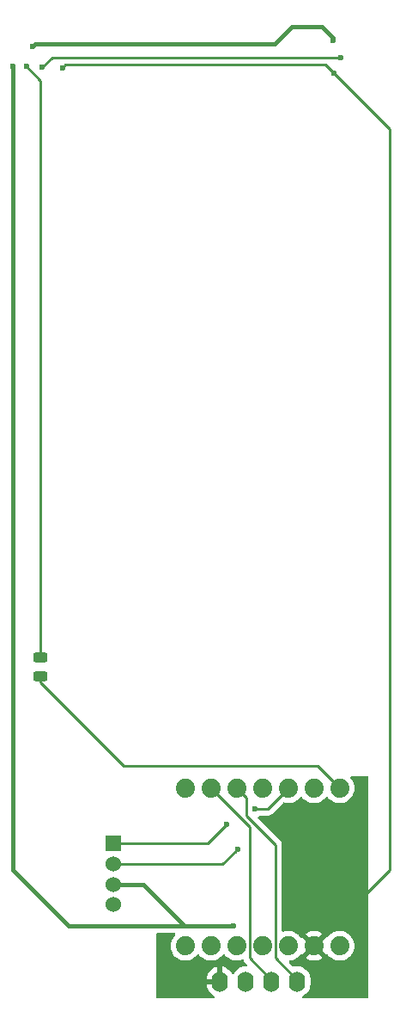
<source format=gbr>
G04 #@! TF.GenerationSoftware,KiCad,Pcbnew,8.0.5-8.0.5-0~ubuntu24.04.1*
G04 #@! TF.CreationDate,2024-09-20T13:35:50+09:00*
G04 #@! TF.ProjectId,gopher_xiao_grove,676f7068-6572-45f7-9869-616f5f67726f,rev?*
G04 #@! TF.SameCoordinates,Original*
G04 #@! TF.FileFunction,Copper,L2,Bot*
G04 #@! TF.FilePolarity,Positive*
%FSLAX46Y46*%
G04 Gerber Fmt 4.6, Leading zero omitted, Abs format (unit mm)*
G04 Created by KiCad (PCBNEW 8.0.5-8.0.5-0~ubuntu24.04.1) date 2024-09-20 13:35:50*
%MOMM*%
%LPD*%
G01*
G04 APERTURE LIST*
G04 Aperture macros list*
%AMRoundRect*
0 Rectangle with rounded corners*
0 $1 Rounding radius*
0 $2 $3 $4 $5 $6 $7 $8 $9 X,Y pos of 4 corners*
0 Add a 4 corners polygon primitive as box body*
4,1,4,$2,$3,$4,$5,$6,$7,$8,$9,$2,$3,0*
0 Add four circle primitives for the rounded corners*
1,1,$1+$1,$2,$3*
1,1,$1+$1,$4,$5*
1,1,$1+$1,$6,$7*
1,1,$1+$1,$8,$9*
0 Add four rect primitives between the rounded corners*
20,1,$1+$1,$2,$3,$4,$5,0*
20,1,$1+$1,$4,$5,$6,$7,0*
20,1,$1+$1,$6,$7,$8,$9,0*
20,1,$1+$1,$8,$9,$2,$3,0*%
G04 Aperture macros list end*
G04 #@! TA.AperFunction,ComponentPad*
%ADD10R,1.524000X1.524000*%
G04 #@! TD*
G04 #@! TA.AperFunction,ComponentPad*
%ADD11C,1.524000*%
G04 #@! TD*
G04 #@! TA.AperFunction,ComponentPad*
%ADD12C,1.879600*%
G04 #@! TD*
G04 #@! TA.AperFunction,ComponentPad*
%ADD13O,1.600000X2.000000*%
G04 #@! TD*
G04 #@! TA.AperFunction,SMDPad,CuDef*
%ADD14RoundRect,0.243750X0.456250X-0.243750X0.456250X0.243750X-0.456250X0.243750X-0.456250X-0.243750X0*%
G04 #@! TD*
G04 #@! TA.AperFunction,ViaPad*
%ADD15C,0.600000*%
G04 #@! TD*
G04 #@! TA.AperFunction,Conductor*
%ADD16C,0.250000*%
G04 #@! TD*
G04 #@! TA.AperFunction,Conductor*
%ADD17C,0.400000*%
G04 #@! TD*
G04 APERTURE END LIST*
D10*
X104400000Y-149400000D03*
D11*
X104400000Y-151400000D03*
X104400000Y-153400000D03*
X104400000Y-155400000D03*
D12*
X126758500Y-143946100D03*
X124218500Y-143956100D03*
X121688500Y-143956100D03*
X119128500Y-143956100D03*
X116598500Y-143956100D03*
X114068500Y-143956100D03*
X111518500Y-143956100D03*
X111518500Y-159456100D03*
X114058500Y-159456100D03*
X116608500Y-159446100D03*
X119138500Y-159446100D03*
X121688500Y-159456100D03*
X124228500Y-159456100D03*
X126758500Y-159456100D03*
D13*
X114947200Y-162996300D03*
X117487200Y-162996300D03*
X120027200Y-162996300D03*
X122567200Y-162996300D03*
D14*
X97231200Y-132964400D03*
X97231200Y-131089400D03*
D15*
X118400000Y-146000000D03*
X115600000Y-147500000D03*
X116700000Y-150000000D03*
X99390200Y-73063100D03*
X122435620Y-153022300D03*
X126174500Y-73609200D03*
X126885700Y-72034400D03*
X97409000Y-72999600D03*
X95859600Y-72961500D03*
X94488000Y-72961500D03*
X126136400Y-70408800D03*
X96431100Y-70980300D03*
X116258340Y-157480000D03*
D16*
X119644600Y-146000000D02*
X121688500Y-143956100D01*
X104400000Y-149400000D02*
X113700000Y-149400000D01*
X113700000Y-149400000D02*
X115600000Y-147500000D01*
X118400000Y-146000000D02*
X119644600Y-146000000D01*
X116600000Y-150000000D02*
X116700000Y-150000000D01*
X116500000Y-150100000D02*
X116600000Y-150000000D01*
X104400000Y-151400000D02*
X115200000Y-151400000D01*
X115200000Y-151400000D02*
X116500000Y-150100000D01*
D17*
X104400000Y-153400000D02*
X107349800Y-153400000D01*
X107349800Y-153400000D02*
X111429800Y-157480000D01*
X122435620Y-153446564D02*
X122428000Y-153454184D01*
D16*
X126174500Y-73609200D02*
X131660900Y-79095600D01*
X131660900Y-79095600D02*
X131660900Y-152023700D01*
X131660900Y-152023700D02*
X124228500Y-159456100D01*
X125328401Y-72763101D02*
X126174500Y-73609200D01*
D17*
X122428000Y-157655600D02*
X124228500Y-159456100D01*
X122435620Y-153022300D02*
X122435620Y-153446564D01*
D16*
X99690199Y-72763101D02*
X125328401Y-72763101D01*
D17*
X122428000Y-153454184D02*
X122428000Y-157655600D01*
D16*
X99390200Y-73063100D02*
X99690199Y-72763101D01*
X97409000Y-72999600D02*
X98374200Y-72034400D01*
X98374200Y-72034400D02*
X126885700Y-72034400D01*
X97231200Y-74333100D02*
X97231200Y-127589280D01*
X95859600Y-72961500D02*
X97231200Y-74333100D01*
X97231200Y-127589280D02*
X97231200Y-131089400D01*
D17*
X125006100Y-69011800D02*
X126136400Y-70142100D01*
X94488000Y-151980900D02*
X99987100Y-157480000D01*
X126136400Y-70142100D02*
X126136400Y-70408800D01*
X94488000Y-72961500D02*
X94488000Y-151980900D01*
X96431100Y-70980300D02*
X96731099Y-70680301D01*
X122008900Y-69011800D02*
X125006100Y-69011800D01*
X96731099Y-70680301D02*
X120340399Y-70680301D01*
X111429800Y-157480000D02*
X116258340Y-157480000D01*
X120340399Y-70680301D02*
X122008900Y-69011800D01*
X99987100Y-157480000D02*
X111429800Y-157480000D01*
D16*
X124546940Y-141734540D02*
X126758500Y-143946100D01*
X97231200Y-132964400D02*
X97231200Y-133551900D01*
X105413840Y-141734540D02*
X124546940Y-141734540D01*
X97231200Y-133551900D02*
X105413840Y-141734540D01*
X120027200Y-162796300D02*
X120027200Y-162996300D01*
X114068500Y-143956100D02*
X117873301Y-147760901D01*
X117873301Y-160642401D02*
X120027200Y-162796300D01*
X117873301Y-147760901D02*
X117873301Y-160642401D01*
X117538299Y-144895899D02*
X117538299Y-146659399D01*
X120423699Y-160652799D02*
X122567200Y-162796300D01*
X117538299Y-146659399D02*
X120423699Y-149544799D01*
X116598500Y-143956100D02*
X117538299Y-144895899D01*
X122567200Y-162796300D02*
X122567200Y-162996300D01*
X120423699Y-149544799D02*
X120423699Y-160652799D01*
G04 #@! TA.AperFunction,Conductor*
G36*
X129532701Y-142806102D02*
G01*
X129579194Y-142859758D01*
X129590579Y-142912319D01*
X129586438Y-145286959D01*
X129552919Y-164504090D01*
X129532798Y-164572176D01*
X129479061Y-164618575D01*
X129426689Y-164629870D01*
X123182823Y-164618483D01*
X123114739Y-164598357D01*
X123068344Y-164544616D01*
X123058368Y-164474324D01*
X123087979Y-164409797D01*
X123125846Y-164380218D01*
X123253003Y-164315429D01*
X123419630Y-164194368D01*
X123565268Y-164048730D01*
X123686329Y-163882103D01*
X123779834Y-163698590D01*
X123843480Y-163502708D01*
X123875700Y-163299281D01*
X123875700Y-162693319D01*
X123843480Y-162489892D01*
X123779834Y-162294010D01*
X123686329Y-162110497D01*
X123565268Y-161943870D01*
X123565265Y-161943867D01*
X123565263Y-161943864D01*
X123419635Y-161798236D01*
X123419632Y-161798234D01*
X123419630Y-161798232D01*
X123294199Y-161707102D01*
X123253006Y-161677173D01*
X123253005Y-161677172D01*
X123253003Y-161677171D01*
X123069490Y-161583666D01*
X123069487Y-161583665D01*
X123069485Y-161583664D01*
X122873612Y-161520021D01*
X122873610Y-161520020D01*
X122873608Y-161520020D01*
X122670181Y-161487800D01*
X122464219Y-161487800D01*
X122260792Y-161520020D01*
X122260788Y-161520021D01*
X122260347Y-161520091D01*
X122189936Y-161510991D01*
X122151541Y-161484737D01*
X121778227Y-161111423D01*
X121744201Y-161049111D01*
X121749266Y-160978296D01*
X121791813Y-160921460D01*
X121846581Y-160898047D01*
X122045255Y-160864895D01*
X122272269Y-160786960D01*
X122483360Y-160672724D01*
X122672769Y-160525301D01*
X122835329Y-160348713D01*
X122853315Y-160321182D01*
X122907317Y-160275095D01*
X122977664Y-160265518D01*
X123013037Y-160281994D01*
X123040542Y-160284846D01*
X123737809Y-159587579D01*
X123755119Y-159652181D01*
X123821998Y-159768020D01*
X123916580Y-159862602D01*
X124032419Y-159929481D01*
X124097019Y-159946790D01*
X123398820Y-160644989D01*
X123433906Y-160672298D01*
X123433916Y-160672304D01*
X123644932Y-160786500D01*
X123644934Y-160786502D01*
X123871863Y-160864406D01*
X123871870Y-160864408D01*
X124108536Y-160903900D01*
X124348464Y-160903900D01*
X124585129Y-160864408D01*
X124585136Y-160864406D01*
X124812065Y-160786502D01*
X124812067Y-160786500D01*
X125023089Y-160672301D01*
X125058178Y-160644989D01*
X125058179Y-160644988D01*
X124359981Y-159946790D01*
X124424581Y-159929481D01*
X124540420Y-159862602D01*
X124635002Y-159768020D01*
X124701881Y-159652181D01*
X124719190Y-159587581D01*
X125416456Y-160284847D01*
X125457822Y-160280556D01*
X125512062Y-160273171D01*
X125576421Y-160303144D01*
X125598683Y-160328834D01*
X125611668Y-160348709D01*
X125611677Y-160348720D01*
X125765023Y-160515299D01*
X125774231Y-160525301D01*
X125963640Y-160672724D01*
X126174731Y-160786960D01*
X126401745Y-160864895D01*
X126638490Y-160904400D01*
X126638494Y-160904400D01*
X126878506Y-160904400D01*
X126878510Y-160904400D01*
X127115255Y-160864895D01*
X127342269Y-160786960D01*
X127553360Y-160672724D01*
X127742769Y-160525301D01*
X127905329Y-160348713D01*
X128036608Y-160147777D01*
X128133022Y-159927974D01*
X128191943Y-159695299D01*
X128211764Y-159456100D01*
X128191943Y-159216901D01*
X128161552Y-159096890D01*
X128133023Y-158984229D01*
X128133022Y-158984228D01*
X128133022Y-158984226D01*
X128036608Y-158764423D01*
X127905329Y-158563487D01*
X127905324Y-158563481D01*
X127905323Y-158563480D01*
X127742774Y-158386904D01*
X127742772Y-158386902D01*
X127742769Y-158386899D01*
X127553360Y-158239476D01*
X127342269Y-158125240D01*
X127342266Y-158125239D01*
X127342265Y-158125238D01*
X127115259Y-158047306D01*
X127115250Y-158047304D01*
X127055321Y-158037304D01*
X126878510Y-158007800D01*
X126638490Y-158007800D01*
X126504216Y-158030206D01*
X126401749Y-158047304D01*
X126401740Y-158047306D01*
X126174734Y-158125238D01*
X126174731Y-158125240D01*
X125963640Y-158239476D01*
X125963638Y-158239477D01*
X125963637Y-158239478D01*
X125774230Y-158386900D01*
X125774225Y-158386904D01*
X125611677Y-158563479D01*
X125611669Y-158563488D01*
X125598682Y-158583367D01*
X125544676Y-158629454D01*
X125474328Y-158639027D01*
X125458662Y-158631729D01*
X125416456Y-158627352D01*
X124719190Y-159324618D01*
X124701881Y-159260019D01*
X124635002Y-159144180D01*
X124540420Y-159049598D01*
X124424581Y-158982719D01*
X124359980Y-158965409D01*
X125058178Y-158267210D01*
X125058178Y-158267209D01*
X125023094Y-158239901D01*
X125023085Y-158239895D01*
X124812067Y-158125699D01*
X124812065Y-158125697D01*
X124585136Y-158047793D01*
X124585129Y-158047791D01*
X124348464Y-158008300D01*
X124108536Y-158008300D01*
X123871870Y-158047791D01*
X123871863Y-158047793D01*
X123644934Y-158125697D01*
X123644932Y-158125699D01*
X123433916Y-158239894D01*
X123398820Y-158267210D01*
X123398819Y-158267210D01*
X124097018Y-158965409D01*
X124032419Y-158982719D01*
X123916580Y-159049598D01*
X123821998Y-159144180D01*
X123755119Y-159260019D01*
X123737809Y-159324618D01*
X123040542Y-158627351D01*
X123019094Y-158629576D01*
X123010270Y-158637107D01*
X122939921Y-158646678D01*
X122875566Y-158616697D01*
X122853314Y-158591015D01*
X122835332Y-158563492D01*
X122835329Y-158563487D01*
X122835323Y-158563481D01*
X122835322Y-158563479D01*
X122672774Y-158386904D01*
X122672772Y-158386902D01*
X122672769Y-158386899D01*
X122483360Y-158239476D01*
X122272269Y-158125240D01*
X122272266Y-158125239D01*
X122272265Y-158125238D01*
X122045259Y-158047306D01*
X122045250Y-158047304D01*
X121985321Y-158037304D01*
X121808510Y-158007800D01*
X121568490Y-158007800D01*
X121434216Y-158030206D01*
X121331749Y-158047304D01*
X121331740Y-158047306D01*
X121224111Y-158084256D01*
X121153187Y-158087456D01*
X121091791Y-158051804D01*
X121059417Y-157988619D01*
X121057199Y-157965083D01*
X121057199Y-149482406D01*
X121057198Y-149482402D01*
X121032854Y-149360014D01*
X120985099Y-149244724D01*
X120915770Y-149140966D01*
X120827532Y-149052728D01*
X118713104Y-146938300D01*
X118679078Y-146875988D01*
X118684143Y-146805173D01*
X118726690Y-146748337D01*
X118747545Y-146735676D01*
X118753006Y-146733045D01*
X118753015Y-146733043D01*
X118794806Y-146706784D01*
X118880701Y-146652813D01*
X118947737Y-146633500D01*
X119706993Y-146633500D01*
X119706994Y-146633500D01*
X119829385Y-146609155D01*
X119944675Y-146561400D01*
X120048433Y-146492071D01*
X121159897Y-145380605D01*
X121222206Y-145346583D01*
X121289901Y-145350530D01*
X121315240Y-145359228D01*
X121331745Y-145364895D01*
X121568490Y-145404400D01*
X121568494Y-145404400D01*
X121808506Y-145404400D01*
X121808510Y-145404400D01*
X122045255Y-145364895D01*
X122272269Y-145286960D01*
X122483360Y-145172724D01*
X122672769Y-145025301D01*
X122835329Y-144848713D01*
X122848019Y-144829288D01*
X122902021Y-144783203D01*
X122972369Y-144773628D01*
X123036726Y-144803606D01*
X123058978Y-144829285D01*
X123071671Y-144848713D01*
X123071674Y-144848717D01*
X123071676Y-144848719D01*
X123225025Y-145015301D01*
X123234231Y-145025301D01*
X123423640Y-145172724D01*
X123634731Y-145286960D01*
X123861745Y-145364895D01*
X124098490Y-145404400D01*
X124098494Y-145404400D01*
X124338506Y-145404400D01*
X124338510Y-145404400D01*
X124575255Y-145364895D01*
X124802269Y-145286960D01*
X125013360Y-145172724D01*
X125202769Y-145025301D01*
X125365329Y-144848713D01*
X125386283Y-144816639D01*
X125440285Y-144770552D01*
X125510633Y-144760975D01*
X125574990Y-144790952D01*
X125597247Y-144816637D01*
X125611666Y-144838706D01*
X125611677Y-144838720D01*
X125620877Y-144848714D01*
X125774231Y-145015301D01*
X125963640Y-145162724D01*
X126174731Y-145276960D01*
X126401745Y-145354895D01*
X126638490Y-145394400D01*
X126638494Y-145394400D01*
X126878506Y-145394400D01*
X126878510Y-145394400D01*
X127115255Y-145354895D01*
X127342269Y-145276960D01*
X127553360Y-145162724D01*
X127742769Y-145015301D01*
X127905329Y-144838713D01*
X128036608Y-144637777D01*
X128133022Y-144417974D01*
X128191943Y-144185299D01*
X128211764Y-143946100D01*
X128191943Y-143706901D01*
X128135555Y-143484228D01*
X128133023Y-143474229D01*
X128133022Y-143474228D01*
X128133022Y-143474226D01*
X128036608Y-143254423D01*
X127905329Y-143053487D01*
X127853732Y-142997437D01*
X127822311Y-142933772D01*
X127830298Y-142863226D01*
X127875157Y-142808197D01*
X127942646Y-142786157D01*
X127946433Y-142786100D01*
X129464580Y-142786100D01*
X129532701Y-142806102D01*
G37*
G04 #@! TD.AperFunction*
G04 #@! TA.AperFunction,Conductor*
G36*
X110497740Y-158208502D02*
G01*
X110544233Y-158262158D01*
X110554337Y-158332432D01*
X110524843Y-158397012D01*
X110522320Y-158399837D01*
X110371676Y-158563480D01*
X110371672Y-158563485D01*
X110371671Y-158563487D01*
X110317319Y-158646678D01*
X110240392Y-158764423D01*
X110143977Y-158984228D01*
X110143976Y-158984229D01*
X110085058Y-159216893D01*
X110065236Y-159456100D01*
X110085058Y-159695306D01*
X110143976Y-159927970D01*
X110143977Y-159927971D01*
X110143978Y-159927974D01*
X110240392Y-160147777D01*
X110371671Y-160348713D01*
X110371673Y-160348715D01*
X110371676Y-160348719D01*
X110525025Y-160515301D01*
X110534231Y-160525301D01*
X110723640Y-160672724D01*
X110934731Y-160786960D01*
X111161745Y-160864895D01*
X111398490Y-160904400D01*
X111398494Y-160904400D01*
X111638506Y-160904400D01*
X111638510Y-160904400D01*
X111875255Y-160864895D01*
X112102269Y-160786960D01*
X112313360Y-160672724D01*
X112502769Y-160525301D01*
X112665329Y-160348713D01*
X112683019Y-160321635D01*
X112737021Y-160275550D01*
X112807369Y-160265975D01*
X112871726Y-160295953D01*
X112893978Y-160321632D01*
X112911671Y-160348713D01*
X112911673Y-160348715D01*
X112911676Y-160348719D01*
X113065025Y-160515301D01*
X113074231Y-160525301D01*
X113263640Y-160672724D01*
X113474731Y-160786960D01*
X113701745Y-160864895D01*
X113938490Y-160904400D01*
X113938494Y-160904400D01*
X114178506Y-160904400D01*
X114178510Y-160904400D01*
X114415255Y-160864895D01*
X114642269Y-160786960D01*
X114853360Y-160672724D01*
X115042769Y-160525301D01*
X115205329Y-160348713D01*
X115231285Y-160308983D01*
X115285286Y-160262898D01*
X115355634Y-160253322D01*
X115419991Y-160283299D01*
X115442247Y-160308982D01*
X115461671Y-160338713D01*
X115461675Y-160338717D01*
X115461677Y-160338720D01*
X115470877Y-160348714D01*
X115624231Y-160515301D01*
X115813640Y-160662724D01*
X116024731Y-160776960D01*
X116251745Y-160854895D01*
X116488490Y-160894400D01*
X116488494Y-160894400D01*
X116728506Y-160894400D01*
X116728510Y-160894400D01*
X116965255Y-160854895D01*
X117124982Y-160800059D01*
X117195903Y-160796859D01*
X117257299Y-160832511D01*
X117282300Y-160871013D01*
X117311901Y-160942476D01*
X117381230Y-161046234D01*
X117381232Y-161046236D01*
X117607701Y-161272705D01*
X117641727Y-161335017D01*
X117636662Y-161405832D01*
X117594115Y-161462668D01*
X117527595Y-161487479D01*
X117518606Y-161487800D01*
X117384219Y-161487800D01*
X117180792Y-161520020D01*
X117180790Y-161520020D01*
X117180787Y-161520021D01*
X116984914Y-161583664D01*
X116984908Y-161583667D01*
X116801393Y-161677173D01*
X116634767Y-161798234D01*
X116634764Y-161798236D01*
X116489136Y-161943864D01*
X116489134Y-161943867D01*
X116368072Y-162110493D01*
X116329187Y-162186811D01*
X116280438Y-162238426D01*
X116211523Y-162255492D01*
X116144322Y-162232591D01*
X116104653Y-162186811D01*
X116065900Y-162110755D01*
X115944884Y-161944192D01*
X115944882Y-161944189D01*
X115799310Y-161798617D01*
X115799307Y-161798615D01*
X115632745Y-161677600D01*
X115449299Y-161584129D01*
X115449293Y-161584126D01*
X115253494Y-161520508D01*
X115253496Y-161520508D01*
X115201200Y-161512225D01*
X115201200Y-162565597D01*
X115140193Y-162530375D01*
X115013026Y-162496300D01*
X114881374Y-162496300D01*
X114754207Y-162530375D01*
X114693200Y-162565597D01*
X114693200Y-161512225D01*
X114640904Y-161520508D01*
X114445106Y-161584126D01*
X114445100Y-161584129D01*
X114261654Y-161677600D01*
X114095092Y-161798615D01*
X114095089Y-161798617D01*
X113949517Y-161944189D01*
X113949515Y-161944192D01*
X113828500Y-162110754D01*
X113735029Y-162294200D01*
X113735026Y-162294206D01*
X113671408Y-162490003D01*
X113639200Y-162693361D01*
X113639200Y-162742300D01*
X114516497Y-162742300D01*
X114481275Y-162803307D01*
X114447200Y-162930474D01*
X114447200Y-163062126D01*
X114481275Y-163189293D01*
X114516497Y-163250300D01*
X113639200Y-163250300D01*
X113639200Y-163299238D01*
X113671408Y-163502596D01*
X113735026Y-163698393D01*
X113735029Y-163698399D01*
X113828500Y-163881845D01*
X113949515Y-164048407D01*
X113949517Y-164048410D01*
X114095089Y-164193982D01*
X114095092Y-164193984D01*
X114261654Y-164314999D01*
X114357856Y-164364017D01*
X114409471Y-164412765D01*
X114426537Y-164481680D01*
X114403636Y-164548882D01*
X114348039Y-164593034D01*
X114300423Y-164602284D01*
X108786823Y-164592229D01*
X108718739Y-164572103D01*
X108672344Y-164518362D01*
X108661053Y-164466378D01*
X108654935Y-159216893D01*
X108653884Y-158314647D01*
X108673807Y-158246503D01*
X108727408Y-158199947D01*
X108779884Y-158188500D01*
X110429619Y-158188500D01*
X110497740Y-158208502D01*
G37*
G04 #@! TD.AperFunction*
M02*

</source>
